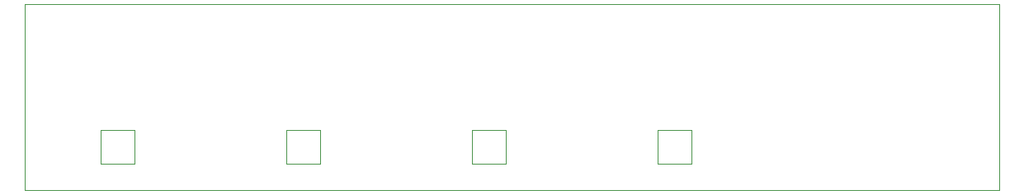
<source format=gbr>
%TF.GenerationSoftware,KiCad,Pcbnew,(5.1.6)-1*%
%TF.CreationDate,2020-11-05T08:07:17+01:00*%
%TF.ProjectId,DaPad4D,44615061-6434-4442-9e6b-696361645f70,v0.9*%
%TF.SameCoordinates,PX2d0e2e0PY4328bfc*%
%TF.FileFunction,Profile,NP*%
%FSLAX46Y46*%
G04 Gerber Fmt 4.6, Leading zero omitted, Abs format (unit mm)*
G04 Created by KiCad (PCBNEW (5.1.6)-1) date 2020-11-05 08:07:17*
%MOMM*%
%LPD*%
G01*
G04 APERTURE LIST*
%TA.AperFunction,Profile*%
%ADD10C,0.050000*%
%TD*%
G04 APERTURE END LIST*
D10*
X0Y-25000D02*
X0Y19075000D01*
X99999800Y-25000D02*
X0Y-25000D01*
X99999800Y19075400D02*
X99999800Y-25000D01*
X0Y19075000D02*
X100000000Y19075000D01*
%TO.C,D5*%
X30325000Y2695000D02*
X26825000Y2695000D01*
X26825000Y6195000D02*
X30325000Y6195000D01*
X30325000Y6195000D02*
X30325000Y2695000D01*
X26825000Y6195000D02*
X26825000Y2695000D01*
%TO.C,D4*%
X49375000Y2695000D02*
X45875000Y2695000D01*
X45875000Y6195000D02*
X49375000Y6195000D01*
X49375000Y6195000D02*
X49375000Y2695000D01*
X45875000Y6195000D02*
X45875000Y2695000D01*
%TO.C,D3*%
X68425000Y2695000D02*
X64925000Y2695000D01*
X64925000Y6195000D02*
X68425000Y6195000D01*
X68425000Y6195000D02*
X68425000Y2695000D01*
X64925000Y6195000D02*
X64925000Y2695000D01*
%TO.C,D6*%
X11275000Y2695000D02*
X7775000Y2695000D01*
X7775000Y6195000D02*
X11275000Y6195000D01*
X11275000Y6195000D02*
X11275000Y2695000D01*
X7775000Y6195000D02*
X7775000Y2695000D01*
%TD*%
M02*

</source>
